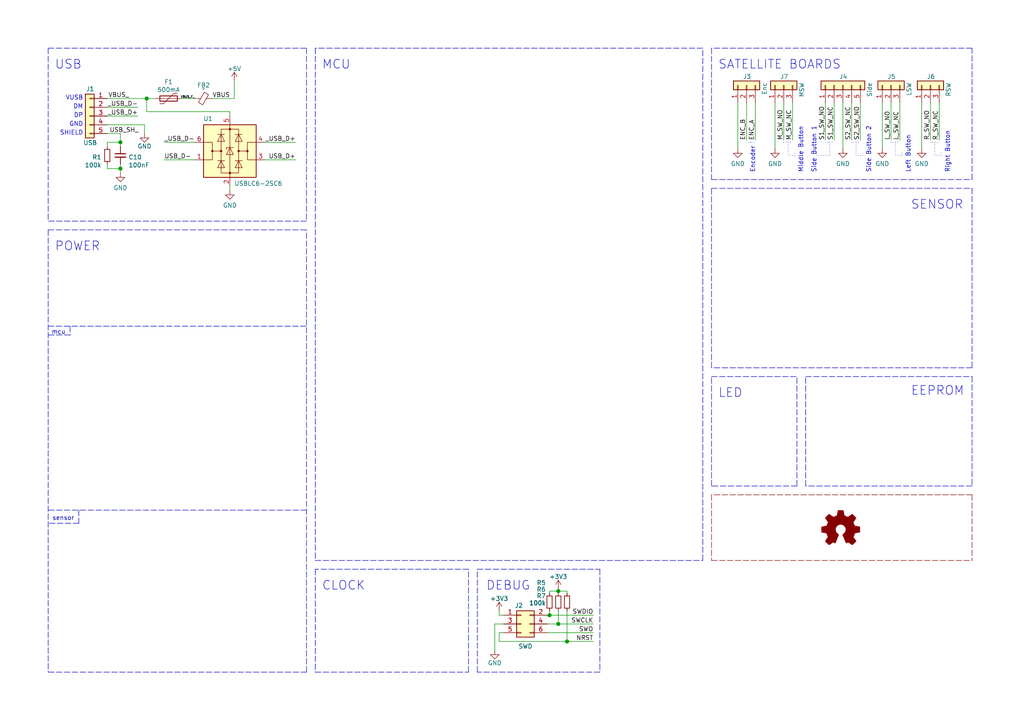
<source format=kicad_sch>
(kicad_sch (version 20210621) (generator eeschema)
  (paper "A4")
  (title_block (title "sungorus") (date "2021-11-25") (rev "r0.1") (company "openinput                                     https://github.com/openinput-fw/sungorus") (comment 2 "This source describes Open Hardware and is licensed under the CERN-OHL-Pv2") (comment 4 "Copyright (c) Rafael Silva <perigoso@riseup.net>"))
  (lib_symbols
    (symbol "Connector_Generic:Conn_01x03" (pin_names (offset 1.016) hide)
      (property "Reference" "J" (at 0 5.08 0))
      (property "Value" "Conn_01x03" (at 0 -5.08 0))
      (symbol "Conn_01x03_1_1"
        (rectangle (start -1.27 -2.413) (end 0 -2.667) (stroke (width 0.1524)))
        (rectangle (start -1.27 0.127) (end 0 -0.127) (stroke (width 0.1524)))
        (rectangle (start -1.27 2.667) (end 0 2.413) (stroke (width 0.1524)))
        (rectangle (start -1.27 3.81) (end 1.27 -3.81) (stroke (width 0.254)) (fill (type background)))
        (pin passive line (at -5.08 2.54 0) (length 3.81) (name "Pin_1") (number "1"))
        (pin passive line (at -5.08 0 0) (length 3.81) (name "Pin_2") (number "2"))
        (pin passive line (at -5.08 -2.54 0) (length 3.81) (name "Pin_3") (number "3"))
      )
    )
    (symbol "Connector_Generic:Conn_01x05" (pin_names (offset 1.016) hide)
      (property "Reference" "J" (at 0 7.62 0))
      (property "Value" "Conn_01x05" (at 0 -7.62 0))
      (symbol "Conn_01x05_1_1"
        (rectangle (start -1.27 -4.953) (end 0 -5.207) (stroke (width 0.1524)))
        (rectangle (start -1.27 -2.413) (end 0 -2.667) (stroke (width 0.1524)))
        (rectangle (start -1.27 0.127) (end 0 -0.127) (stroke (width 0.1524)))
        (rectangle (start -1.27 2.667) (end 0 2.413) (stroke (width 0.1524)))
        (rectangle (start -1.27 5.207) (end 0 4.953) (stroke (width 0.1524)))
        (rectangle (start -1.27 6.35) (end 1.27 -6.35) (stroke (width 0.254)) (fill (type background)))
        (pin passive line (at -5.08 5.08 0) (length 3.81) (name "Pin_1") (number "1"))
        (pin passive line (at -5.08 2.54 0) (length 3.81) (name "Pin_2") (number "2"))
        (pin passive line (at -5.08 0 0) (length 3.81) (name "Pin_3") (number "3"))
        (pin passive line (at -5.08 -2.54 0) (length 3.81) (name "Pin_4") (number "4"))
        (pin passive line (at -5.08 -5.08 0) (length 3.81) (name "Pin_5") (number "5"))
      )
    )
    (symbol "Connector_Generic:Conn_02x03_Odd_Even" (pin_names (offset 1.016) hide)
      (property "Reference" "J" (at 1.27 5.08 0))
      (property "Value" "Conn_02x03_Odd_Even" (at 1.27 -5.08 0))
      (symbol "Conn_02x03_Odd_Even_1_1"
        (rectangle (start -1.27 -2.413) (end 0 -2.667) (stroke (width 0.1524)))
        (rectangle (start -1.27 0.127) (end 0 -0.127) (stroke (width 0.1524)))
        (rectangle (start -1.27 2.667) (end 0 2.413) (stroke (width 0.1524)))
        (rectangle (start -1.27 3.81) (end 3.81 -3.81) (stroke (width 0.254)) (fill (type background)))
        (rectangle (start 3.81 -2.413) (end 2.54 -2.667) (stroke (width 0.1524)))
        (rectangle (start 3.81 0.127) (end 2.54 -0.127) (stroke (width 0.1524)))
        (rectangle (start 3.81 2.667) (end 2.54 2.413) (stroke (width 0.1524)))
        (pin passive line (at -5.08 2.54 0) (length 3.81) (name "Pin_1") (number "1"))
        (pin passive line (at 7.62 2.54 180) (length 3.81) (name "Pin_2") (number "2"))
        (pin passive line (at -5.08 0 0) (length 3.81) (name "Pin_3") (number "3"))
        (pin passive line (at 7.62 0 180) (length 3.81) (name "Pin_4") (number "4"))
        (pin passive line (at -5.08 -2.54 0) (length 3.81) (name "Pin_5") (number "5"))
        (pin passive line (at 7.62 -2.54 180) (length 3.81) (name "Pin_6") (number "6"))
      )
    )
    (symbol "Device:C_Small" (pin_numbers hide) (pin_names (offset 0.254) hide)
      (property "Reference" "C" (at 0.254 1.778 0))
      (property "Value" "C_Small" (at 0.254 -2.032 0))
      (symbol "C_Small_0_1"
        (polyline (pts (xy -1.524 -0.508) (xy 1.524 -0.508)) (stroke (width 0.3302)))
        (polyline (pts (xy -1.524 0.508) (xy 1.524 0.508)) (stroke (width 0.3048)))
      )
      (symbol "C_Small_1_1"
        (pin passive line (at 0 2.54 270) (length 2.032) (name "~") (number "1"))
        (pin passive line (at 0 -2.54 90) (length 2.032) (name "~") (number "2"))
      )
    )
    (symbol "Device:Ferrite_Bead_Small" (pin_numbers hide) (pin_names (offset 0))
      (property "Reference" "FB" (at 1.905 1.27 0))
      (property "Value" "Ferrite_Bead_Small" (at 1.905 -1.27 0))
      (symbol "Ferrite_Bead_Small_0_1"
        (polyline (pts (xy 0 -1.27) (xy 0 -0.7874)))
        (polyline (pts (xy 0 0.889) (xy 0 1.2954)))
        (polyline (pts (xy -1.8288 0.2794) (xy -1.1176 1.4986) (xy 1.8288 -0.2032) (xy 1.1176 -1.4224) (xy -1.8288 0.2794)))
      )
      (symbol "Ferrite_Bead_Small_1_1"
        (pin passive line (at 0 2.54 270) (length 1.27) (name "~") (number "1"))
        (pin passive line (at 0 -2.54 90) (length 1.27) (name "~") (number "2"))
      )
    )
    (symbol "Device:Polyfuse" (pin_numbers hide) (pin_names (offset 0))
      (property "Reference" "F" (at -2.54 0 90))
      (property "Value" "Polyfuse" (at 2.54 0 90))
      (symbol "Polyfuse_0_1"
        (rectangle (start -0.762 2.54) (end 0.762 -2.54) (stroke (width 0.254)))
        (polyline (pts (xy 0 2.54) (xy 0 -2.54)))
        (polyline (pts (xy -1.524 2.54) (xy -1.524 1.524) (xy 1.524 -1.524) (xy 1.524 -2.54)))
      )
      (symbol "Polyfuse_1_1"
        (pin passive line (at 0 3.81 270) (length 1.27) (name "~") (number "1"))
        (pin passive line (at 0 -3.81 90) (length 1.27) (name "~") (number "2"))
      )
    )
    (symbol "Device:R_Small" (pin_numbers hide) (pin_names (offset 0.254) hide)
      (property "Reference" "R" (at 0.762 0.508 0))
      (property "Value" "R_Small" (at 0.762 -1.016 0))
      (symbol "R_Small_0_1"
        (rectangle (start -0.762 1.778) (end 0.762 -1.778) (stroke (width 0.2032)))
      )
      (symbol "R_Small_1_1"
        (pin passive line (at 0 2.54 270) (length 0.762) (name "~") (number "1"))
        (pin passive line (at 0 -2.54 90) (length 0.762) (name "~") (number "2"))
      )
    )
    (symbol "Graphic:Logo_Open_Hardware_Small" (pin_names (offset 1.016))
      (symbol "Logo_Open_Hardware_Small_0_1"
        (polyline (pts (xy 3.3528 -4.3434) (xy 3.302 -4.318) (xy 3.175 -4.2418) (xy 2.9972 -4.1148) (xy 2.7686 -3.9624) (xy 2.54 -3.81) (xy 2.3622 -3.7084) (xy 2.2352 -3.6068) (xy 2.1844 -3.5814) (xy 2.159 -3.6068) (xy 2.0574 -3.6576) (xy 1.905 -3.7338) (xy 1.8034 -3.7846) (xy 1.6764 -3.8354) (xy 1.6002 -3.8354) (xy 1.6002 -3.8354) (xy 1.5494 -3.7338) (xy 1.4732 -3.5306) (xy 1.3462 -3.302) (xy 1.2446 -3.0226) (xy 1.1176 -2.7178) (xy 0.9652 -2.413) (xy 0.8636 -2.1082) (xy 0.7366 -1.8288) (xy 0.6604 -1.6256) (xy 0.6096 -1.4732) (xy 0.5842 -1.397) (xy 0.5842 -1.397) (xy 0.6604 -1.3208) (xy 0.7874 -1.2446) (xy 1.0414 -1.016) (xy 1.2954 -0.6858) (xy 1.4478 -0.3302) (xy 1.524 0.0762) (xy 1.4732 0.4572) (xy 1.3208 0.8128) (xy 1.0668 1.143) (xy 0.762 1.3716) (xy 0.4064 1.524) (xy 0 1.5748) (xy -0.381 1.5494) (xy -0.7366 1.397) (xy -1.0668 1.143) (xy -1.2192 0.9906) (xy -1.397 0.6604) (xy -1.524 0.3048) (xy -1.524 0.2286) (xy -1.4986 -0.1778) (xy -1.397 -0.5334) (xy -1.1938 -0.8636) (xy -0.9144 -1.143) (xy -0.8636 -1.1684) (xy -0.7366 -1.27) (xy -0.635 -1.3462) (xy -0.5842 -1.397) (xy -1.0668 -2.5908) (xy -1.143 -2.794) (xy -1.2954 -3.1242) (xy -1.397 -3.4036) (xy -1.4986 -3.6322) (xy -1.5748 -3.7846) (xy -1.6002 -3.8354) (xy -1.6002 -3.8354) (xy -1.651 -3.8354) (xy -1.7272 -3.81) (xy -1.905 -3.7338) (xy -2.0066 -3.683) (xy -2.1336 -3.6068) (xy -2.2098 -3.5814) (xy -2.2606 -3.6068) (xy -2.3622 -3.683) (xy -2.54 -3.81) (xy -2.7686 -3.9624) (xy -2.9718 -4.0894) (xy -3.1496 -4.2164) (xy -3.302 -4.318) (xy -3.3528 -4.3434) (xy -3.3782 -4.3434) (xy -3.429 -4.318) (xy -3.5306 -4.2164) (xy -3.7084 -4.064) (xy -3.937 -3.8354) (xy -3.9624 -3.81) (xy -4.1656 -3.6068) (xy -4.318 -3.4544) (xy -4.4196 -3.3274) (xy -4.445 -3.2766) (xy -4.445 -3.2766) (xy -4.4196 -3.2258) (xy -4.318 -3.0734) (xy -4.2164 -2.8956) (xy -4.064 -2.667) (xy -3.6576 -2.0828) (xy -3.8862 -1.5494) (xy -3.937 -1.3716) (xy -4.0386 -1.1684) (xy -4.0894 -1.0414) (xy -4.1148 -0.9652) (xy -4.191 -0.9398) (xy -4.318 -0.9144) (xy -4.5466 -0.8636) (xy -4.8006 -0.8128) (xy -5.0546 -0.7874) (xy -5.2578 -0.7366) (xy -5.4356 -0.7112) (xy -5.5118 -0.6858) (xy -5.5118 -0.6858) (xy -5.5372 -0.635) (xy -5.5372 -0.5588) (xy -5.5372 -0.4318) (xy -5.5626 -0.2286) (xy -5.5626 0.0762) (xy -5.5626 0.127) (xy -5.5372 0.4064) (xy -5.5372 0.635) (xy -5.5372 0.762) (xy -5.5372 0.8382) (xy -5.5372 0.8382) (xy -5.461 0.8382) (xy -5.3086 0.889) (xy -5.08 0.9144) (xy -4.826 0.9652) (xy -4.8006 0.9906) (xy -4.5466 1.0414) (xy -4.318 1.0668) (xy -4.1656 1.1176) (xy -4.0894 1.143) (xy -4.0894 1.143) (xy -4.0386 1.2446) (xy -3.9624 1.4224) (xy -3.8608 1.6256) (xy -3.7846 1.8288) (xy -3.7084 2.0066) (xy -3.6576 2.159) (xy -3.6322 2.2098) (xy -3.6322 2.2098) (xy -3.683 2.286) (xy -3.7592 2.413) (xy -3.8862 2.5908) (xy -4.064 2.8194) (xy -4.064 2.8448) (xy -4.2164 3.0734) (xy -4.3434 3.2512) (xy -4.4196 3.3782) (xy -4.445 3.4544) (xy -4.445 3.4544) (xy -4.3942 3.5052) (xy -4.2926 3.6322) (xy -4.1148 3.81) (xy -3.937 4.0132) (xy -3.8608 4.064) (xy -3.6576 4.2926) (xy -3.5052 4.4196) (xy -3.4036 4.4958) (xy -3.3528 4.5212) (xy -3.3528 4.5212) (xy -3.302 4.4704) (xy -3.1496 4.3688) (xy -2.9718 4.2418) (xy -2.7432 4.0894) (xy -2.7178 4.0894) (xy -2.4892 3.937) (xy -2.3114 3.81) (xy -2.1844 3.7084) (xy -2.1336 3.683) (xy -2.1082 3.683) (xy -2.032 3.7084) (xy -1.8542 3.7592) (xy -1.6764 3.8354) (xy -1.4732 3.937) (xy -1.27 4.0132) (xy -1.143 4.064) (xy -1.0668 4.1148) (xy -1.0668 4.1148) (xy -1.0414 4.191) (xy -1.016 4.3434) (xy -0.9652 4.572) (xy -0.9144 4.8514) (xy -0.889 4.9022) (xy -0.8382 5.1562) (xy -0.8128 5.3848) (xy -0.7874 5.5372) (xy -0.762 5.588) (xy -0.7112 5.6134) (xy -0.5842 5.6134) (xy -0.4064 5.6134) (xy -0.1524 5.6134) (xy 0.0762 5.6134) (xy 0.3302 5.6134) (xy 0.5334 5.6134) (xy 0.6858 5.588) (xy 0.7366 5.588) (xy 0.7366 5.588) (xy 0.762 5.5118) (xy 0.8128 5.334) (xy 0.8382 5.1054) (xy 0.9144 4.826) (xy 0.9144 4.7752) (xy 0.9652 4.5212) (xy 1.016 4.2926) (xy 1.0414 4.1402) (xy 1.0668 4.0894) (xy 1.0668 4.0894) (xy 1.1938 4.0386) (xy 1.3716 3.9624) (xy 1.5748 3.8608) (xy 2.0828 3.6576) (xy 2.7178 4.0894) (xy 2.7686 4.1402) (xy 2.9972 4.2926) (xy 3.175 4.4196) (xy 3.302 4.4958) (xy 3.3782 4.5212) (xy 3.3782 4.5212) (xy 3.429 4.4704) (xy 3.556 4.3434) (xy 3.7338 4.191) (xy 3.9116 3.9878) (xy 4.064 3.8354) (xy 4.2418 3.6576) (xy 4.3434 3.556) (xy 4.4196 3.4798) (xy 4.4196 3.429) (xy 4.4196 3.4036) (xy 4.3942 3.3274) (xy 4.2926 3.2004) (xy 4.1656 2.9972) (xy 4.0132 2.794) (xy 3.8862 2.5908) (xy 3.7592 2.3876) (xy 3.6576 2.2352) (xy 3.6322 2.159) (xy 3.6322 2.1336) (xy 3.683 2.0066) (xy 3.7592 1.8288) (xy 3.8608 1.6002) (xy 4.064 1.1176) (xy 4.3942 1.0414) (xy 4.5974 1.016) (xy 4.8768 0.9652) (xy 5.1308 0.9144) (xy 5.5372 0.8382) (xy 5.5626 -0.6604) (xy 5.4864 -0.6858) (xy 5.4356 -0.6858) (xy 5.2832 -0.7366) (xy 5.0546 -0.762) (xy 4.8006 -0.8128) (xy 4.5974 -0.8636) (xy 4.3688 -0.9144) (xy 4.2164 -0.9398) (xy 4.1402 -0.9398) (xy 4.1148 -0.9652) (xy 4.064 -1.0668) (xy 3.9878 -1.2446) (xy 3.9116 -1.4478) (xy 3.81 -1.651) (xy 3.7338 -1.8542) (xy 3.683 -2.0066) (xy 3.6576 -2.0828) (xy 3.683 -2.1336) (xy 3.7846 -2.2606) (xy 3.8862 -2.4638) (xy 4.0386 -2.667) (xy 4.191 -2.8956) (xy 4.318 -3.0734) (xy 4.3942 -3.2004) (xy 4.445 -3.2766) (xy 4.4196 -3.3274) (xy 4.3434 -3.429) (xy 4.1656 -3.5814) (xy 3.937 -3.8354) (xy 3.8862 -3.8608) (xy 3.683 -4.064) (xy 3.5306 -4.2164) (xy 3.4036 -4.318) (xy 3.3528 -4.3434)) (fill (type outline)))
      )
    )
    (symbol "Power_Protection:USBLC6-2SC6" (pin_names hide)
      (property "Reference" "U" (at 2.54 8.89 0))
      (property "Value" "USBLC6-2SC6" (at 2.54 -8.89 0))
      (symbol "USBLC6-2SC6_0_1"
        (rectangle (start -7.62 -7.62) (end 7.62 7.62) (stroke (width 0.254)) (fill (type background)))
        (circle (center -5.08 0) (radius 0.254) (fill (type outline)))
        (circle (center -2.54 0) (radius 0.254) (fill (type outline)))
        (rectangle (start -2.54 6.35) (end 2.54 -6.35))
        (circle (center 0 -6.35) (radius 0.254) (fill (type outline)))
        (polyline (pts (xy -5.08 -2.54) (xy -7.62 -2.54)))
        (polyline (pts (xy -5.08 0) (xy -5.08 -2.54)))
        (polyline (pts (xy -5.08 2.54) (xy -7.62 2.54)))
        (polyline (pts (xy -1.524 -2.794) (xy -3.556 -2.794)))
        (polyline (pts (xy -1.524 4.826) (xy -3.556 4.826)))
        (polyline (pts (xy 0 -7.62) (xy 0 -6.35)))
        (polyline (pts (xy 0 -6.35) (xy 0 1.27)))
        (polyline (pts (xy 0 1.27) (xy 0 6.35)))
        (polyline (pts (xy 0 6.35) (xy 0 7.62)))
        (polyline (pts (xy 1.524 -2.794) (xy 3.556 -2.794)))
        (polyline (pts (xy 1.524 4.826) (xy 3.556 4.826)))
        (polyline (pts (xy 5.08 -2.54) (xy 7.62 -2.54)))
        (polyline (pts (xy 5.08 0) (xy 5.08 -2.54)))
        (polyline (pts (xy 5.08 2.54) (xy 7.62 2.54)))
        (polyline (pts (xy -2.54 0) (xy -5.08 0) (xy -5.08 2.54)))
        (polyline (pts (xy 2.54 0) (xy 5.08 0) (xy 5.08 2.54)))
        (polyline (pts (xy -3.556 -4.826) (xy -1.524 -4.826) (xy -2.54 -2.794) (xy -3.556 -4.826)))
        (polyline (pts (xy -3.556 2.794) (xy -1.524 2.794) (xy -2.54 4.826) (xy -3.556 2.794)))
        (polyline (pts (xy -1.016 -1.016) (xy 1.016 -1.016) (xy 0 1.016) (xy -1.016 -1.016)))
        (polyline (pts (xy 1.016 1.016) (xy 0.762 1.016) (xy -1.016 1.016) (xy -1.016 0.508)))
        (polyline (pts (xy 3.556 -4.826) (xy 1.524 -4.826) (xy 2.54 -2.794) (xy 3.556 -4.826)))
        (polyline (pts (xy 3.556 2.794) (xy 1.524 2.794) (xy 2.54 4.826) (xy 3.556 2.794)))
        (circle (center 0 6.35) (radius 0.254) (fill (type outline)))
        (circle (center 2.54 0) (radius 0.254) (fill (type outline)))
        (circle (center 5.08 0) (radius 0.254) (fill (type outline)))
      )
      (symbol "USBLC6-2SC6_1_1"
        (pin passive line (at -10.16 -2.54 0) (length 2.54) (name "I/O1") (number "1"))
        (pin passive line (at 0 -10.16 90) (length 2.54) (name "GND") (number "2"))
        (pin passive line (at 10.16 -2.54 180) (length 2.54) (name "I/O2") (number "3"))
        (pin passive line (at 10.16 2.54 180) (length 2.54) (name "I/O2") (number "4"))
        (pin passive line (at 0 10.16 270) (length 2.54) (name "VBUS") (number "5"))
        (pin passive line (at -10.16 2.54 0) (length 2.54) (name "I/O1") (number "6"))
      )
    )
    (symbol "power:+3V3" (power) (pin_names (offset 0))
      (property "Value" "+3V3" (at 0 3.556 0))
      (symbol "+3V3_0_1"
        (polyline (pts (xy -0.762 1.27) (xy 0 2.54)))
        (polyline (pts (xy 0 0) (xy 0 2.54)))
        (polyline (pts (xy 0 2.54) (xy 0.762 1.27)))
      )
      (symbol "+3V3_1_1"
        (pin power_in line (at 0 0 90) (length 0) hide (name "+3V3") (number "1"))
      )
    )
    (symbol "power:+5V" (power) (pin_names (offset 0))
      (property "Value" "+5V" (at 0 3.556 0))
      (symbol "+5V_0_1"
        (polyline (pts (xy -0.762 1.27) (xy 0 2.54)))
        (polyline (pts (xy 0 0) (xy 0 2.54)))
        (polyline (pts (xy 0 2.54) (xy 0.762 1.27)))
      )
      (symbol "+5V_1_1"
        (pin power_in line (at 0 0 90) (length 0) hide (name "+5V") (number "1"))
      )
    )
    (symbol "power:GND" (power) (pin_names (offset 0))
      (property "Value" "GND" (at 0 -3.81 0))
      (symbol "GND_0_1"
        (polyline (pts (xy 0 0) (xy 0 -1.27) (xy 1.27 -1.27) (xy 0 -2.54) (xy -1.27 -1.27) (xy 0 -1.27)))
      )
      (symbol "GND_1_1"
        (pin power_in line (at 0 0 270) (length 0) hide (name "GND") (number "1"))
      )
    )
  )
  (junction (at 34.925 41.275) (diameter 1.016))
  (junction (at 164.465 186.055) (diameter 1.016))
  (junction (at 42.545 28.575) (diameter 1.016))
  (junction (at 161.925 171.45) (diameter 1.016))
  (junction (at 161.925 180.975) (diameter 1.016))
  (junction (at 159.385 178.435) (diameter 1.016))
  (junction (at 34.925 48.895) (diameter 1.016))
  (polyline (pts (xy 13.97 13.97) (xy 13.97 64.135)) (stroke (width 0) (type dash)))
  (polyline (pts (xy 13.97 13.97) (xy 88.9 13.97)) (stroke (width 0) (type dash)))
  (polyline (pts (xy 88.9 64.135) (xy 13.97 64.135)) (stroke (width 0) (type dash)))
  (polyline (pts (xy 88.9 13.97) (xy 88.9 64.135)) (stroke (width 0) (type dash)))
  (wire (pts (xy 143.51 180.975) (xy 143.51 188.595)))
  (wire (pts (xy 143.51 180.975) (xy 146.05 180.975)))
  (polyline (pts (xy 231.14 140.97) (xy 231.14 109.22)) (stroke (width 0) (type dash)))
  (wire (pts (xy 172.085 183.515) (xy 158.75 183.515)))
  (wire (pts (xy 229.87 40.64) (xy 229.87 29.845)))
  (wire (pts (xy 260.985 40.64) (xy 260.985 29.845)))
  (wire (pts (xy 164.465 186.055) (xy 172.085 186.055)))
  (wire (pts (xy 41.91 36.195) (xy 41.91 38.735)))
  (wire (pts (xy 31.115 36.195) (xy 41.91 36.195)))
  (polyline (pts (xy 228.6 41.275) (xy 228.6 45.085)) (stroke (width 0.1524) (type dot)))
  (polyline (pts (xy 88.9 194.945) (xy 88.9 66.675)) (stroke (width 0) (type dash)))
  (polyline (pts (xy 22.86 147.955) (xy 22.86 151.765)) (stroke (width 0) (type dash)))
  (polyline (pts (xy 22.86 151.765) (xy 13.97 151.765)) (stroke (width 0) (type dash)))
  (polyline (pts (xy 240.665 41.275) (xy 240.665 45.085)) (stroke (width 0.1524) (type dot)))
  (polyline (pts (xy 239.395 41.275) (xy 241.935 41.275)) (stroke (width 0.1524) (type dot)))
  (polyline (pts (xy 88.9 194.945) (xy 13.97 194.945)) (stroke (width 0) (type dash)))
  (polyline (pts (xy 13.97 94.615) (xy 88.9 94.615)) (stroke (width 0) (type dash)))
  (wire (pts (xy 31.115 31.115) (xy 40.005 31.115)))
  (wire (pts (xy 219.075 40.64) (xy 219.075 29.845)))
  (polyline (pts (xy 91.44 162.56) (xy 203.835 162.56)) (stroke (width 0) (type dash)))
  (polyline (pts (xy 203.835 13.97) (xy 91.44 13.97)) (stroke (width 0) (type dash)))
  (polyline (pts (xy 203.835 162.56) (xy 203.835 13.97)) (stroke (width 0) (type dash)))
  (polyline (pts (xy 91.44 13.97) (xy 91.44 162.56)) (stroke (width 0) (type dash)))
  (wire (pts (xy 144.78 177.165) (xy 144.78 178.435)))
  (wire (pts (xy 34.925 42.545) (xy 34.925 41.275)))
  (wire (pts (xy 161.925 177.165) (xy 161.925 180.975)))
  (polyline (pts (xy 258.445 41.275) (xy 260.985 41.275)) (stroke (width 0.1524) (type dot)))
  (wire (pts (xy 52.705 28.575) (xy 56.515 28.575)))
  (polyline (pts (xy 259.715 45.085) (xy 261.62 45.085)) (stroke (width 0.1524) (type dot)))
  (wire (pts (xy 34.925 48.895) (xy 34.925 50.165)))
  (wire (pts (xy 216.535 40.64) (xy 216.535 29.845)))
  (polyline (pts (xy 240.665 45.085) (xy 236.855 45.085)) (stroke (width 0.1524) (type dot)))
  (wire (pts (xy 161.925 180.975) (xy 158.75 180.975)))
  (polyline (pts (xy 248.285 41.275) (xy 248.285 45.085)) (stroke (width 0.1524) (type dot)))
  (wire (pts (xy 159.385 177.165) (xy 159.385 178.435)))
  (polyline (pts (xy 206.375 13.97) (xy 206.375 52.07)) (stroke (width 0) (type dash)))
  (wire (pts (xy 34.925 48.895) (xy 34.925 47.625)))
  (wire (pts (xy 227.33 40.64) (xy 227.33 29.845)))
  (wire (pts (xy 161.925 180.975) (xy 172.085 180.975)))
  (wire (pts (xy 76.835 46.355) (xy 85.725 46.355)))
  (polyline (pts (xy 13.97 66.675) (xy 13.97 194.945)) (stroke (width 0) (type dash)))
  (polyline (pts (xy 271.145 41.275) (xy 271.145 45.085)) (stroke (width 0.1524) (type dot)))
  (polyline (pts (xy 271.145 45.085) (xy 273.05 45.085)) (stroke (width 0.1524) (type dot)))
  (polyline (pts (xy 206.375 109.22) (xy 231.14 109.22)) (stroke (width 0) (type dash)))
  (polyline (pts (xy 206.375 140.97) (xy 206.375 109.22)) (stroke (width 0) (type dash)))
  (wire (pts (xy 269.875 40.64) (xy 269.875 29.845)))
  (wire (pts (xy 161.925 170.815) (xy 161.925 171.45)))
  (polyline (pts (xy 217.805 41.275) (xy 217.805 41.91)) (stroke (width 0.1524) (type dot)))
  (wire (pts (xy 239.395 40.64) (xy 239.395 29.845)))
  (wire (pts (xy 42.545 32.385) (xy 42.545 28.575)))
  (wire (pts (xy 66.675 32.385) (xy 42.545 32.385)))
  (wire (pts (xy 66.675 33.655) (xy 66.675 32.385)))
  (wire (pts (xy 31.115 28.575) (xy 42.545 28.575)))
  (wire (pts (xy 42.545 28.575) (xy 45.085 28.575)))
  (wire (pts (xy 61.595 28.575) (xy 67.945 28.575)))
  (wire (pts (xy 258.445 40.64) (xy 258.445 29.845)))
  (wire (pts (xy 161.925 171.45) (xy 161.925 172.085)))
  (polyline (pts (xy 281.94 52.07) (xy 281.94 13.97)) (stroke (width 0) (type dash)))
  (polyline (pts (xy 88.9 147.955) (xy 13.97 147.955)) (stroke (width 0) (type dash)))
  (wire (pts (xy 31.115 48.895) (xy 34.925 48.895)))
  (wire (pts (xy 31.115 47.625) (xy 31.115 48.895)))
  (wire (pts (xy 255.905 29.845) (xy 255.905 43.18)))
  (polyline (pts (xy 13.97 66.675) (xy 88.9 66.675)) (stroke (width 0) (type dash)))
  (wire (pts (xy 47.625 46.355) (xy 56.515 46.355)))
  (wire (pts (xy 144.78 186.055) (xy 164.465 186.055)))
  (polyline (pts (xy 281.94 140.97) (xy 233.68 140.97)) (stroke (width 0) (type dash)))
  (polyline (pts (xy 281.94 109.22) (xy 281.94 140.97)) (stroke (width 0) (type dash)))
  (polyline (pts (xy 233.68 109.22) (xy 281.94 109.22)) (stroke (width 0) (type dash)))
  (wire (pts (xy 159.385 178.435) (xy 158.75 178.435)))
  (polyline (pts (xy 281.94 143.51) (xy 281.94 162.56)) (stroke (width 0.1524) (type dash) (color 132 0 0 1)))
  (polyline (pts (xy 206.375 143.51) (xy 206.375 162.56)) (stroke (width 0.1524) (type dash) (color 132 0 0 1)))
  (polyline (pts (xy 281.94 143.51) (xy 206.375 143.51)) (stroke (width 0.1524) (type dash) (color 132 0 0 1)))
  (polyline (pts (xy 206.375 162.56) (xy 281.94 162.56)) (stroke (width 0.1524) (type dash) (color 132 0 0 1)))
  (wire (pts (xy 159.385 171.45) (xy 161.925 171.45)))
  (wire (pts (xy 159.385 172.085) (xy 159.385 171.45)))
  (wire (pts (xy 164.465 171.45) (xy 164.465 172.085)))
  (wire (pts (xy 161.925 171.45) (xy 164.465 171.45)))
  (polyline (pts (xy 206.375 52.07) (xy 281.94 52.07)) (stroke (width 0) (type dash)))
  (wire (pts (xy 159.385 178.435) (xy 172.085 178.435)))
  (wire (pts (xy 241.935 40.64) (xy 241.935 29.845)))
  (wire (pts (xy 272.415 40.64) (xy 272.415 29.845)))
  (polyline (pts (xy 91.44 194.945) (xy 135.89 194.945)) (stroke (width 0) (type dash)))
  (polyline (pts (xy 91.44 165.1) (xy 91.44 194.945)) (stroke (width 0) (type dash)))
  (polyline (pts (xy 135.89 194.945) (xy 135.89 165.1)) (stroke (width 0) (type dash)))
  (polyline (pts (xy 135.89 165.1) (xy 91.44 165.1)) (stroke (width 0) (type dash)))
  (wire (pts (xy 224.79 29.845) (xy 224.79 43.18)))
  (polyline (pts (xy 259.715 41.275) (xy 259.715 45.085)) (stroke (width 0.1524) (type dot)))
  (polyline (pts (xy 247.015 41.275) (xy 249.555 41.275)) (stroke (width 0.1524) (type dot)))
  (polyline (pts (xy 20.32 94.615) (xy 20.32 97.155)) (stroke (width 0) (type dash)))
  (polyline (pts (xy 20.32 97.155) (xy 13.97 97.155)) (stroke (width 0) (type dash)))
  (polyline (pts (xy 248.285 45.085) (xy 250.19 45.085)) (stroke (width 0.1524) (type dot)))
  (polyline (pts (xy 273.05 44.45) (xy 273.05 45.72)) (stroke (width 0.1524) (type dot)))
  (wire (pts (xy 31.115 41.275) (xy 31.115 42.545)))
  (polyline (pts (xy 250.19 44.45) (xy 250.19 45.72)) (stroke (width 0.1524) (type dot)))
  (wire (pts (xy 66.675 53.975) (xy 66.675 55.245)))
  (wire (pts (xy 267.335 29.845) (xy 267.335 43.18)))
  (polyline (pts (xy 281.94 106.68) (xy 206.375 106.68)) (stroke (width 0) (type dash)))
  (polyline (pts (xy 206.375 106.68) (xy 206.375 54.61)) (stroke (width 0) (type dash)))
  (polyline (pts (xy 281.94 54.61) (xy 281.94 106.68)) (stroke (width 0) (type dash)))
  (polyline (pts (xy 206.375 54.61) (xy 281.94 54.61)) (stroke (width 0) (type dash)))
  (wire (pts (xy 164.465 177.165) (xy 164.465 186.055)))
  (polyline (pts (xy 228.6 45.085) (xy 230.505 45.085)) (stroke (width 0.1524) (type dot)))
  (polyline (pts (xy 230.505 44.45) (xy 230.505 45.72)) (stroke (width 0.1524) (type dot)))
  (polyline (pts (xy 231.14 140.97) (xy 206.375 140.97)) (stroke (width 0) (type dash)))
  (polyline (pts (xy 216.535 41.275) (xy 219.075 41.275)) (stroke (width 0.1524) (type dot)))
  (polyline (pts (xy 233.68 140.97) (xy 233.68 109.22)) (stroke (width 0) (type dash)))
  (polyline (pts (xy 227.33 41.275) (xy 229.87 41.275)) (stroke (width 0.1524) (type dot)))
  (wire (pts (xy 67.945 23.495) (xy 67.945 28.575)))
  (wire (pts (xy 31.115 38.735) (xy 34.925 38.735)))
  (wire (pts (xy 144.78 178.435) (xy 146.05 178.435)))
  (polyline (pts (xy 138.43 194.945) (xy 138.43 165.1)) (stroke (width 0) (type dash)))
  (polyline (pts (xy 173.99 194.945) (xy 138.43 194.945)) (stroke (width 0) (type dash)))
  (polyline (pts (xy 138.43 165.1) (xy 173.99 165.1)) (stroke (width 0) (type dash)))
  (polyline (pts (xy 173.99 165.1) (xy 173.99 194.945)) (stroke (width 0) (type dash)))
  (wire (pts (xy 34.925 38.735) (xy 34.925 41.275)))
  (wire (pts (xy 213.995 29.845) (xy 213.995 43.18)))
  (wire (pts (xy 249.555 40.64) (xy 249.555 29.845)))
  (wire (pts (xy 56.515 41.275) (xy 47.625 41.275)))
  (polyline (pts (xy 236.855 44.45) (xy 236.855 45.72)) (stroke (width 0.1524) (type dot)))
  (polyline (pts (xy 261.62 44.45) (xy 261.62 45.72)) (stroke (width 0.1524) (type dot)))
  (wire (pts (xy 144.78 183.515) (xy 146.05 183.515)))
  (wire (pts (xy 144.78 186.055) (xy 144.78 183.515)))
  (wire (pts (xy 247.015 40.64) (xy 247.015 29.845)))
  (polyline (pts (xy 281.94 13.97) (xy 206.375 13.97)) (stroke (width 0) (type dash)))
  (wire (pts (xy 31.115 33.655) (xy 40.005 33.655)))
  (wire (pts (xy 244.475 29.845) (xy 244.475 43.18)))
  (wire (pts (xy 76.835 41.275) (xy 85.725 41.275)))
  (wire (pts (xy 31.115 41.275) (xy 34.925 41.275)))
  (polyline (pts (xy 269.875 41.275) (xy 272.415 41.275)) (stroke (width 0.1524) (type dot)))
  (text "Side Button 2" (at 252.73 50.165 90) (effects (font (size 1.27 1.27)) (justify left bottom)))
  (text "Left Button" (at 264.16 50.165 90) (effects (font (size 1.27 1.27)) (justify left bottom)))
  (text "DEBUG" (at 140.97 171.45 0) (effects (font (size 2.56 2.56)) (justify left bottom)))
  (text "USB" (at 15.875 20.32 0) (effects (font (size 2.56 2.56)) (justify left bottom)))
  (text "CLOCK\n" (at 93.345 171.45 0) (effects (font (size 2.56 2.56)) (justify left bottom)))
  (text "SENSOR\n" (at 264.16 60.96 0) (effects (font (size 2.56 2.56)) (justify left bottom)))
  (text "SHIELD" (at 24.13 39.37 180) (effects (font (size 1.27 1.27)) (justify right bottom)))
  (text "Right Button" (at 275.59 50.165 90) (effects (font (size 1.27 1.27)) (justify left bottom)))
  (text "VUSB" (at 24.13 29.21 180) (effects (font (size 1.27 1.27)) (justify right bottom)))
  (text "MCU" (at 93.345 20.32 0) (effects (font (size 2.56 2.56)) (justify left bottom)))
  (text "mcu" (at 19.05 97.155 180) (effects (font (size 1.27 1.27)) (justify right bottom)))
  (text "Side Button 1" (at 236.855 50.165 90) (effects (font (size 1.27 1.27)) (justify left bottom)))
  (text "GND" (at 24.13 36.83 180) (effects (font (size 1.27 1.27)) (justify right bottom)))
  (text "POWER" (at 15.875 73.025 0) (effects (font (size 2.56 2.56)) (justify left bottom)))
  (text "sensor" (at 21.59 151.13 180) (effects (font (size 1.27 1.27)) (justify right bottom)))
  (text "DP" (at 24.13 34.29 180) (effects (font (size 1.27 1.27)) (justify right bottom)))
  (text "Encoder" (at 219.075 50.165 90) (effects (font (size 1.27 1.27)) (justify left bottom)))
  (text "Middle Button" (at 233.045 50.165 90) (effects (font (size 1.27 1.27)) (justify left bottom)))
  (text "SATELLITE BOARDS\n" (at 208.28 20.32 0) (effects (font (size 2.56 2.56)) (justify left bottom)))
  (text "DM" (at 24.13 31.75 180) (effects (font (size 1.27 1.27)) (justify right bottom)))
  (text "LED" (at 208.28 115.57 0) (effects (font (size 2.56 2.56)) (justify left bottom)))
  (text "EEPROM\n" (at 264.16 114.935 0) (effects (font (size 2.56 2.56)) (justify left bottom)))
  (label "_USB_D-" (at 40.005 31.115 180))
  (label "S2_SW_NO" (at 249.555 40.64 90))
  (label "USB_D-" (at 47.625 46.355 0))
  (label "SWDIO" (at 172.085 178.435 180))
  (label "VBUS" (at 61.595 28.575 0))
  (label "NRST" (at 172.085 186.055 180))
  (label "_USB_D+" (at 85.725 41.275 180))
  (label "S1_SW_NO" (at 239.395 40.64 90))
  (label "M_SW_NC" (at 229.87 40.64 90))
  (label "SWO" (at 172.085 183.515 180))
  (label "R_SW_NO" (at 269.875 40.64 90))
  (label "ENC_B" (at 216.535 40.64 90))
  (label "SWCLK" (at 172.085 180.975 180))
  (label "VBUS_F_" (at 56.515 28.575 180) (effects (font (size 0.635 0.635))))
  (label "R_SW_NC" (at 272.415 40.64 90))
  (label "S2_SW_NC" (at 247.015 40.64 90))
  (label "M_SW_NO" (at 227.33 40.64 90))
  (label "L_SW_NC" (at 260.985 40.64 90))
  (label "USB_D+" (at 85.725 46.355 180))
  (label "USB_SH_" (at 31.75 38.735 0))
  (label "_USB_D-" (at 47.625 41.275 0))
  (label "L_SW_NO" (at 258.445 40.64 90))
  (label "ENC_A" (at 219.075 40.64 90))
  (label "S1_SW_NC" (at 241.935 40.64 90))
  (label "VBUS_" (at 37.465 28.575 180))
  (label "_USB_D+" (at 40.005 33.655 180))
  (symbol (lib_id "Device:Polyfuse") (at 48.895 28.575 270) (unit 1)
    (property "Reference" "F1" (at 48.895 23.7448 90))
    (property "Value" "500mA" (at 48.895 26.0435 90))
    (property "Footprint" "Fuse:Fuse_0603_1608Metric_Castellated" (effects hide))
  )
  (symbol (lib_id "power:GND") (at 224.79 43.18 0) (unit 1)
    (property "Reference" "#PWR01" (effects hide))
    (property "Value" "GND" (at 224.79 47.5044 0))
  )
  (symbol (lib_id "power:GND") (at 255.905 43.18 0) (unit 1)
    (property "Reference" "#PWR077" (effects hide))
    (property "Value" "GND" (at 255.905 47.5044 0))
  )
  (symbol (lib_id "power:GND") (at 34.925 50.165 0) (unit 1)
    (property "Reference" "#PWR020" (effects hide))
    (property "Value" "GND" (at 34.925 54.4894 0))
  )
  (symbol (lib_id "power:GND") (at 267.335 43.18 0) (unit 1)
    (property "Reference" "#PWR082" (effects hide))
    (property "Value" "GND" (at 267.335 47.5044 0))
  )
  (symbol (lib_id "Connector_Generic:Conn_02x03_Odd_Even") (at 151.13 180.975 0) (unit 1)
    (property "Reference" "J2" (at 150.495 175.6368 0))
    (property "Value" "SWD" (at 152.4 187.4605 0))
    (property "Footprint" "Connector:Tag-Connect_TC2030-IDC-NL_2x03_P1.27mm_Vertical" (effects hide))
  )
  (symbol (lib_id "Device:R_Small") (at 159.385 174.625 180) (unit 1)
    (property "Reference" "R5" (at 158.3437 169.0381 0) (effects (justify left)))
    (property "Value" "100k" (at 158.3437 174.8928 0) (effects (justify left)))
    (property "Footprint" "Resistor_SMD:R_0402_1005Metric" (effects hide))
  )
  (symbol (lib_id "power:GND") (at 41.91 38.735 0) (unit 1)
    (property "Reference" "#PWR026" (effects hide))
    (property "Value" "GND" (at 41.91 42.4244 0))
  )
  (symbol (lib_id "Device:R_Small") (at 31.115 45.085 0) (unit 1)
    (property "Reference" "R1" (at 29.4387 45.5941 0) (effects (justify right)))
    (property "Value" "100k" (at 29.4387 47.8928 0) (effects (justify right)))
    (property "Footprint" "Resistor_SMD:R_0402_1005Metric" (effects hide))
  )
  (symbol (lib_id "Device:C_Small") (at 34.925 45.085 0) (unit 1)
    (property "Reference" "C10" (at 37.2492 45.5941 0) (effects (justify left)))
    (property "Value" "100nF" (at 37.2492 47.8928 0) (effects (justify left)))
    (property "Footprint" "Capacitor_SMD:C_0402_1005Metric" (effects hide))
  )
  (symbol (lib_id "power:GND") (at 213.995 43.18 0) (unit 1)
    (property "Reference" "#PWR067" (effects hide))
    (property "Value" "GND" (at 213.995 47.5044 0))
  )
  (symbol (lib_id "Device:R_Small") (at 164.465 174.625 180) (unit 1)
    (property "Reference" "R7" (at 158.3437 172.8481 0) (effects (justify left)))
    (property "Value" "100k" (at 158.3437 174.8928 0) (effects (justify left)))
    (property "Footprint" "Resistor_SMD:R_0402_1005Metric" (effects hide))
  )
  (symbol (lib_id "power:GND") (at 66.675 55.245 0) (unit 1)
    (property "Reference" "#PWR041" (effects hide))
    (property "Value" "GND" (at 66.675 59.5694 0))
  )
  (symbol (lib_id "power:GND") (at 244.475 43.18 0) (unit 1)
    (property "Reference" "#PWR072" (effects hide))
    (property "Value" "GND" (at 244.475 47.5044 0))
  )
  (symbol (lib_id "Connector_Generic:Conn_01x03") (at 227.33 24.765 90) (unit 1)
    (property "Reference" "J7" (at 227.4571 22.2261 90))
    (property "Value" "MSW" (at 232.5371 23.8898 0) (effects (justify right)))
    (property "Footprint" "Connector_JST:JST_SH_BM03B-SRSS-TB_1x03-1MP_P1.00mm_Vertical" (effects hide))
  )
  (symbol (lib_id "Connector_Generic:Conn_01x03") (at 269.875 24.765 90) (unit 1)
    (property "Reference" "J6" (at 270.0021 22.2261 90))
    (property "Value" "RSW" (at 275.0821 23.8898 0) (effects (justify right)))
    (property "Footprint" "Connector_JST:JST_SH_BM03B-SRSS-TB_1x03-1MP_P1.00mm_Vertical" (effects hide))
  )
  (symbol (lib_id "power:+5V") (at 67.945 23.495 0) (unit 1)
    (property "Reference" "#PWR040" (effects hide))
    (property "Value" "+5V" (at 67.945 19.9476 0))
  )
  (symbol (lib_id "Connector_Generic:Conn_01x03") (at 216.535 24.765 90) (unit 1)
    (property "Reference" "J3" (at 216.6621 22.2261 90))
    (property "Value" "Enc" (at 221.7421 23.8898 0) (effects (justify right)))
    (property "Footprint" "Connector_JST:JST_SH_BM03B-SRSS-TB_1x03-1MP_P1.00mm_Vertical" (effects hide))
  )
  (symbol (lib_id "Graphic:Logo_Open_Hardware_Small") (at 243.84 153.67 0) (unit 1)
    (property "Reference" "#LOGO1" (effects hide))
    (property "Value" "Logo_Open_Hardware_Small" (effects hide))
  )
  (symbol (lib_id "power:GND") (at 143.51 188.595 0) (unit 1)
    (property "Reference" "#PWR060" (effects hide))
    (property "Value" "GND" (at 143.51 192.2844 0))
  )
  (symbol (lib_id "Connector_Generic:Conn_01x05") (at 244.475 24.765 90) (unit 1)
    (property "Reference" "J4" (at 244.6021 22.2261 90))
    (property "Value" "Side" (at 252.2221 23.8898 0) (effects (justify right)))
    (property "Footprint" "Connector_JST:JST_SH_BM05B-SRSS-TB_1x05-1MP_P1.00mm_Vertical" (effects hide))
  )
  (symbol (lib_id "Device:Ferrite_Bead_Small") (at 59.055 28.575 90) (unit 1)
    (property "Reference" "FB2" (at 59.055 24.71 90))
    (property "Value" "~" (at 59.055 25.7387 90))
    (property "Footprint" "Inductor_SMD:L_0402_1005Metric" (effects hide))
  )
  (symbol (lib_id "Device:R_Small") (at 161.925 174.625 180) (unit 1)
    (property "Reference" "R6" (at 158.3437 170.9431 0) (effects (justify left)))
    (property "Value" "100k" (at 158.3437 174.8928 0) (effects (justify left)))
    (property "Footprint" "Resistor_SMD:R_0402_1005Metric" (effects hide))
  )
  (symbol (lib_id "Connector_Generic:Conn_01x05") (at 26.035 33.655 0) (mirror y) (unit 1)
    (property "Reference" "J1" (at 26.162 25.7768 0))
    (property "Value" "USB" (at 26.162 41.4105 0))
    (property "Footprint" "Connector_JST:JST_PH_B5B-PH-K_1x05_P2.00mm_Vertical" (effects hide))
  )
  (symbol (lib_id "Connector_Generic:Conn_01x03") (at 258.445 24.765 90) (unit 1)
    (property "Reference" "J5" (at 258.5721 22.2261 90))
    (property "Value" "LSW" (at 263.6521 23.8898 0) (effects (justify right)))
    (property "Footprint" "Connector_JST:JST_SH_BM03B-SRSS-TB_1x03-1MP_P1.00mm_Vertical" (effects hide))
  )
  (symbol (lib_id "power:+3V3") (at 144.78 177.165 0) (unit 1)
    (property "Reference" "#PWR059" (effects hide))
    (property "Value" "+3V3" (at 144.78 173.6176 0))
  )
  (symbol (lib_id "Power_Protection:USBLC6-2SC6") (at 66.675 43.815 0) (unit 1)
    (property "Reference" "U1" (at 60.325 34.4128 0))
    (property "Value" "USBLC6-2SC6" (at 74.93 53.2215 0))
    (property "Footprint" "Package_TO_SOT_SMD:SOT-23-6" (effects hide))
    (property "Datasheet" "https://www.st.com/resource/en/datasheet/usblc6-2.pdf" (effects hide))
  )
  (symbol (lib_id "power:+3V3") (at 161.925 170.815 0) (unit 1)
    (property "Reference" "#PWR064" (effects hide))
    (property "Value" "+3V3" (at 161.925 167.2676 0))
  )
)
</source>
